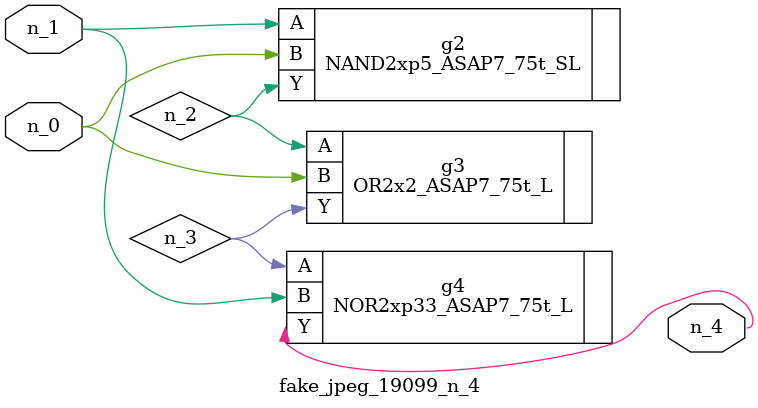
<source format=v>
module fake_jpeg_19099_n_4 (n_0, n_1, n_4);

input n_0;
input n_1;

output n_4;

wire n_2;
wire n_3;

NAND2xp5_ASAP7_75t_SL g2 ( 
.A(n_1),
.B(n_0),
.Y(n_2)
);

OR2x2_ASAP7_75t_L g3 ( 
.A(n_2),
.B(n_0),
.Y(n_3)
);

NOR2xp33_ASAP7_75t_L g4 ( 
.A(n_3),
.B(n_1),
.Y(n_4)
);


endmodule
</source>
